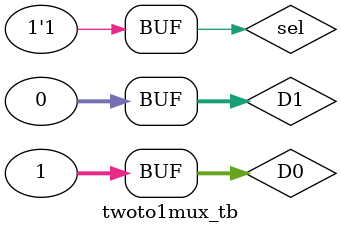
<source format=v>

`timescale 1ns/100ps
`include "2to1mux.v"

module twoto1mux_tb;
  parameter n =32;
  reg sel;
  reg [n-1:0] D0, D1;
  wire [n-1:0] out;
  
  twoto1mux uut (.sel(sel), .D0(D0), .D1(D1), .out(out));
  initial
    begin 
      //$dumpfile("dump.vcd"); $dumpvars(1, tb_Adder4bit);
      $monitor(" select=%b, D0=%b, D1=%b, output =%b",sel,D0,D1, out);
    end

integer i;
  
  initial 
    begin
      //testing a few of them
      sel= 1'b0;  
      D0 = 32'b0;
      D1 = 32'b1;  
      #10;
      sel= 1'b1;  
      D0 = 32'b0;
      D1 = 32'b1;  
      #10;
      sel= 1'b0;  
      D0 = 32'b1;
      D1 = 32'b0;  
      #10;
      sel= 1'b1;  
      D0 = 32'b1;
      D1 = 32'b0;  
      #10; 
    end

endmodule




</source>
